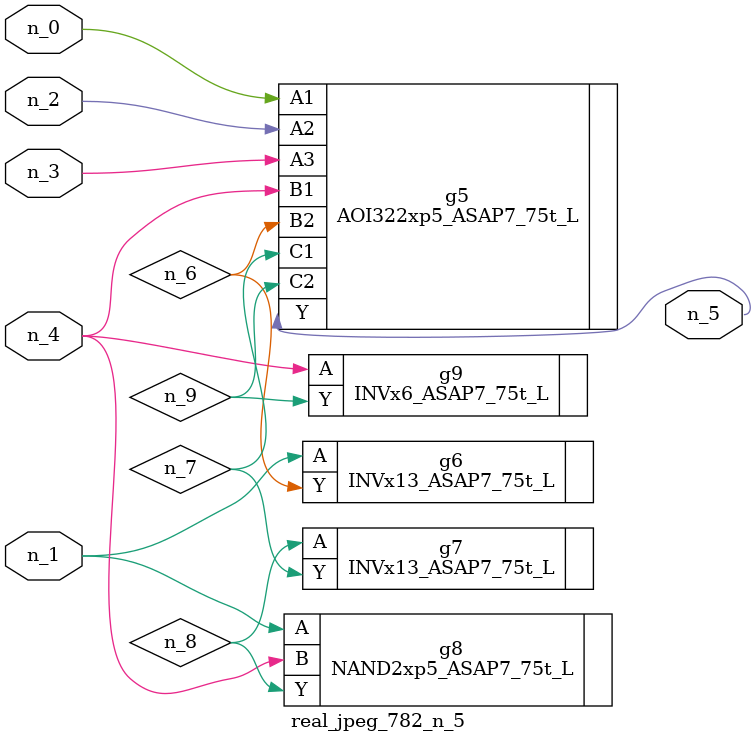
<source format=v>
module real_jpeg_782_n_5 (n_4, n_0, n_1, n_2, n_3, n_5);

input n_4;
input n_0;
input n_1;
input n_2;
input n_3;

output n_5;

wire n_8;
wire n_6;
wire n_7;
wire n_9;

AOI322xp5_ASAP7_75t_L g5 ( 
.A1(n_0),
.A2(n_2),
.A3(n_3),
.B1(n_4),
.B2(n_6),
.C1(n_7),
.C2(n_9),
.Y(n_5)
);

INVx13_ASAP7_75t_L g6 ( 
.A(n_1),
.Y(n_6)
);

NAND2xp5_ASAP7_75t_L g8 ( 
.A(n_1),
.B(n_4),
.Y(n_8)
);

INVx6_ASAP7_75t_L g9 ( 
.A(n_4),
.Y(n_9)
);

INVx13_ASAP7_75t_L g7 ( 
.A(n_8),
.Y(n_7)
);


endmodule
</source>
